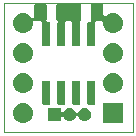
<source format=gts>
G04 #@! TF.GenerationSoftware,KiCad,Pcbnew,5.1.2-f72e74a~84~ubuntu16.04.1*
G04 #@! TF.CreationDate,2019-06-06T18:14:26+02:00*
G04 #@! TF.ProjectId,rs232-rs485,72733233-322d-4727-9334-38352e6b6963,rev?*
G04 #@! TF.SameCoordinates,Original*
G04 #@! TF.FileFunction,Soldermask,Top*
G04 #@! TF.FilePolarity,Negative*
%FSLAX46Y46*%
G04 Gerber Fmt 4.6, Leading zero omitted, Abs format (unit mm)*
G04 Created by KiCad (PCBNEW 5.1.2-f72e74a~84~ubuntu16.04.1) date 2019-06-06 18:14:26*
%MOMM*%
%LPD*%
G04 APERTURE LIST*
%ADD10C,0.050000*%
%ADD11C,0.100000*%
G04 APERTURE END LIST*
D10*
X125603000Y-108839000D02*
X125476000Y-108839000D01*
X125476000Y-108712000D02*
X125476000Y-108839000D01*
X125476000Y-97917000D02*
X125603000Y-97917000D01*
X136398000Y-97917000D02*
X136271000Y-97917000D01*
X136271000Y-108839000D02*
X136398000Y-108839000D01*
X136271000Y-108839000D02*
X125603000Y-108839000D01*
X136398000Y-97917000D02*
X136398000Y-108839000D01*
X125603000Y-97917000D02*
X136271000Y-97917000D01*
X125476000Y-108712000D02*
X125476000Y-97917000D01*
D11*
G36*
X135598000Y-108039000D02*
G01*
X133896000Y-108039000D01*
X133896000Y-106337000D01*
X135598000Y-106337000D01*
X135598000Y-108039000D01*
X135598000Y-108039000D01*
G37*
G36*
X127293823Y-106349313D02*
G01*
X127454242Y-106397976D01*
X127516042Y-106431009D01*
X127602078Y-106476996D01*
X127731659Y-106583341D01*
X127838004Y-106712922D01*
X127838005Y-106712924D01*
X127917024Y-106860758D01*
X127965687Y-107021177D01*
X127982117Y-107188000D01*
X127965687Y-107354823D01*
X127917024Y-107515242D01*
X127883046Y-107578810D01*
X127838004Y-107663078D01*
X127731659Y-107792659D01*
X127602078Y-107899004D01*
X127602076Y-107899005D01*
X127454242Y-107978024D01*
X127293823Y-108026687D01*
X127168804Y-108039000D01*
X127085196Y-108039000D01*
X126960177Y-108026687D01*
X126799758Y-107978024D01*
X126651924Y-107899005D01*
X126651922Y-107899004D01*
X126522341Y-107792659D01*
X126415996Y-107663078D01*
X126370954Y-107578810D01*
X126336976Y-107515242D01*
X126288313Y-107354823D01*
X126271883Y-107188000D01*
X126288313Y-107021177D01*
X126336976Y-106860758D01*
X126415995Y-106712924D01*
X126415996Y-106712922D01*
X126522341Y-106583341D01*
X126651922Y-106476996D01*
X126737958Y-106431009D01*
X126799758Y-106397976D01*
X126960177Y-106349313D01*
X127085196Y-106337000D01*
X127168804Y-106337000D01*
X127293823Y-106349313D01*
X127293823Y-106349313D01*
G37*
G36*
X130345000Y-106992265D02*
G01*
X130347402Y-107016651D01*
X130354515Y-107040100D01*
X130366066Y-107061711D01*
X130381611Y-107080653D01*
X130400553Y-107096198D01*
X130422164Y-107107749D01*
X130445613Y-107114862D01*
X130469999Y-107117264D01*
X130494385Y-107114862D01*
X130517834Y-107107749D01*
X130539445Y-107096198D01*
X130558387Y-107080653D01*
X130573932Y-107061711D01*
X130580233Y-107051198D01*
X130603644Y-107007400D01*
X130672499Y-106923499D01*
X130756400Y-106854643D01*
X130824945Y-106818005D01*
X130852121Y-106803479D01*
X130955985Y-106771973D01*
X131036933Y-106764000D01*
X131091067Y-106764000D01*
X131172015Y-106771973D01*
X131275879Y-106803479D01*
X131303055Y-106818005D01*
X131371600Y-106854643D01*
X131455501Y-106923499D01*
X131524357Y-107007400D01*
X131560995Y-107075945D01*
X131575521Y-107103121D01*
X131579388Y-107115869D01*
X131588760Y-107138496D01*
X131602374Y-107158870D01*
X131619701Y-107176197D01*
X131640075Y-107189811D01*
X131662714Y-107199188D01*
X131686747Y-107203969D01*
X131711251Y-107203969D01*
X131735285Y-107199189D01*
X131757924Y-107189812D01*
X131778298Y-107176198D01*
X131795625Y-107158871D01*
X131809239Y-107138497D01*
X131818612Y-107115869D01*
X131822479Y-107103121D01*
X131837005Y-107075945D01*
X131873643Y-107007400D01*
X131942499Y-106923499D01*
X132026400Y-106854643D01*
X132094945Y-106818005D01*
X132122121Y-106803479D01*
X132225985Y-106771973D01*
X132306933Y-106764000D01*
X132361067Y-106764000D01*
X132442015Y-106771973D01*
X132545879Y-106803479D01*
X132573055Y-106818005D01*
X132641600Y-106854643D01*
X132725501Y-106923499D01*
X132794357Y-107007400D01*
X132830995Y-107075945D01*
X132845521Y-107103121D01*
X132877027Y-107206985D01*
X132887666Y-107315000D01*
X132877027Y-107423015D01*
X132845521Y-107526879D01*
X132845191Y-107527496D01*
X132794357Y-107622600D01*
X132725501Y-107706501D01*
X132641600Y-107775357D01*
X132573055Y-107811995D01*
X132545879Y-107826521D01*
X132442015Y-107858027D01*
X132361067Y-107866000D01*
X132306933Y-107866000D01*
X132225985Y-107858027D01*
X132122121Y-107826521D01*
X132094945Y-107811995D01*
X132026400Y-107775357D01*
X131942499Y-107706501D01*
X131873643Y-107622600D01*
X131822809Y-107527496D01*
X131822479Y-107526879D01*
X131818612Y-107514131D01*
X131809240Y-107491504D01*
X131795626Y-107471130D01*
X131778299Y-107453803D01*
X131757925Y-107440189D01*
X131735286Y-107430812D01*
X131711253Y-107426031D01*
X131686749Y-107426031D01*
X131662715Y-107430811D01*
X131640076Y-107440188D01*
X131619702Y-107453802D01*
X131602375Y-107471129D01*
X131588761Y-107491503D01*
X131579388Y-107514131D01*
X131575521Y-107526879D01*
X131575191Y-107527496D01*
X131524357Y-107622600D01*
X131455501Y-107706501D01*
X131371600Y-107775357D01*
X131303055Y-107811995D01*
X131275879Y-107826521D01*
X131172015Y-107858027D01*
X131091067Y-107866000D01*
X131036933Y-107866000D01*
X130955985Y-107858027D01*
X130852121Y-107826521D01*
X130824945Y-107811995D01*
X130756400Y-107775357D01*
X130672499Y-107706501D01*
X130636863Y-107663078D01*
X130603644Y-107622600D01*
X130580236Y-107578807D01*
X130566625Y-107558437D01*
X130549298Y-107541110D01*
X130528924Y-107527496D01*
X130506285Y-107518119D01*
X130482252Y-107513338D01*
X130457748Y-107513338D01*
X130433714Y-107518118D01*
X130411076Y-107527495D01*
X130390701Y-107541109D01*
X130373374Y-107558436D01*
X130359760Y-107578810D01*
X130350383Y-107601449D01*
X130345602Y-107625482D01*
X130345000Y-107637735D01*
X130345000Y-107866000D01*
X129243000Y-107866000D01*
X129243000Y-106764000D01*
X130345000Y-106764000D01*
X130345000Y-106992265D01*
X130345000Y-106992265D01*
G37*
G36*
X129354928Y-104451764D02*
G01*
X129376009Y-104458160D01*
X129395445Y-104468548D01*
X129412476Y-104482524D01*
X129426452Y-104499555D01*
X129436840Y-104518991D01*
X129443236Y-104540072D01*
X129446000Y-104568140D01*
X129446000Y-106381860D01*
X129443236Y-106409928D01*
X129436840Y-106431009D01*
X129426452Y-106450445D01*
X129412476Y-106467476D01*
X129395445Y-106481452D01*
X129376009Y-106491840D01*
X129354928Y-106498236D01*
X129326860Y-106501000D01*
X128863140Y-106501000D01*
X128835072Y-106498236D01*
X128813991Y-106491840D01*
X128794555Y-106481452D01*
X128777524Y-106467476D01*
X128763548Y-106450445D01*
X128753160Y-106431009D01*
X128746764Y-106409928D01*
X128744000Y-106381860D01*
X128744000Y-104568140D01*
X128746764Y-104540072D01*
X128753160Y-104518991D01*
X128763548Y-104499555D01*
X128777524Y-104482524D01*
X128794555Y-104468548D01*
X128813991Y-104458160D01*
X128835072Y-104451764D01*
X128863140Y-104449000D01*
X129326860Y-104449000D01*
X129354928Y-104451764D01*
X129354928Y-104451764D01*
G37*
G36*
X130624928Y-104451764D02*
G01*
X130646009Y-104458160D01*
X130665445Y-104468548D01*
X130682476Y-104482524D01*
X130696452Y-104499555D01*
X130706840Y-104518991D01*
X130713236Y-104540072D01*
X130716000Y-104568140D01*
X130716000Y-106381860D01*
X130713236Y-106409928D01*
X130706840Y-106431009D01*
X130696452Y-106450445D01*
X130682476Y-106467476D01*
X130665445Y-106481452D01*
X130646009Y-106491840D01*
X130624928Y-106498236D01*
X130596860Y-106501000D01*
X130133140Y-106501000D01*
X130105072Y-106498236D01*
X130083991Y-106491840D01*
X130064555Y-106481452D01*
X130047524Y-106467476D01*
X130033548Y-106450445D01*
X130023160Y-106431009D01*
X130016764Y-106409928D01*
X130014000Y-106381860D01*
X130014000Y-104568140D01*
X130016764Y-104540072D01*
X130023160Y-104518991D01*
X130033548Y-104499555D01*
X130047524Y-104482524D01*
X130064555Y-104468548D01*
X130083991Y-104458160D01*
X130105072Y-104451764D01*
X130133140Y-104449000D01*
X130596860Y-104449000D01*
X130624928Y-104451764D01*
X130624928Y-104451764D01*
G37*
G36*
X131894928Y-104451764D02*
G01*
X131916009Y-104458160D01*
X131935445Y-104468548D01*
X131952476Y-104482524D01*
X131966452Y-104499555D01*
X131976840Y-104518991D01*
X131983236Y-104540072D01*
X131986000Y-104568140D01*
X131986000Y-106381860D01*
X131983236Y-106409928D01*
X131976840Y-106431009D01*
X131966452Y-106450445D01*
X131952476Y-106467476D01*
X131935445Y-106481452D01*
X131916009Y-106491840D01*
X131894928Y-106498236D01*
X131866860Y-106501000D01*
X131403140Y-106501000D01*
X131375072Y-106498236D01*
X131353991Y-106491840D01*
X131334555Y-106481452D01*
X131317524Y-106467476D01*
X131303548Y-106450445D01*
X131293160Y-106431009D01*
X131286764Y-106409928D01*
X131284000Y-106381860D01*
X131284000Y-104568140D01*
X131286764Y-104540072D01*
X131293160Y-104518991D01*
X131303548Y-104499555D01*
X131317524Y-104482524D01*
X131334555Y-104468548D01*
X131353991Y-104458160D01*
X131375072Y-104451764D01*
X131403140Y-104449000D01*
X131866860Y-104449000D01*
X131894928Y-104451764D01*
X131894928Y-104451764D01*
G37*
G36*
X133164928Y-104451764D02*
G01*
X133186009Y-104458160D01*
X133205445Y-104468548D01*
X133222476Y-104482524D01*
X133236452Y-104499555D01*
X133246840Y-104518991D01*
X133253236Y-104540072D01*
X133256000Y-104568140D01*
X133256000Y-106381860D01*
X133253236Y-106409928D01*
X133246840Y-106431009D01*
X133236452Y-106450445D01*
X133222476Y-106467476D01*
X133205445Y-106481452D01*
X133186009Y-106491840D01*
X133164928Y-106498236D01*
X133136860Y-106501000D01*
X132673140Y-106501000D01*
X132645072Y-106498236D01*
X132623991Y-106491840D01*
X132604555Y-106481452D01*
X132587524Y-106467476D01*
X132573548Y-106450445D01*
X132563160Y-106431009D01*
X132556764Y-106409928D01*
X132554000Y-106381860D01*
X132554000Y-104568140D01*
X132556764Y-104540072D01*
X132563160Y-104518991D01*
X132573548Y-104499555D01*
X132587524Y-104482524D01*
X132604555Y-104468548D01*
X132623991Y-104458160D01*
X132645072Y-104451764D01*
X132673140Y-104449000D01*
X133136860Y-104449000D01*
X133164928Y-104451764D01*
X133164928Y-104451764D01*
G37*
G36*
X127293823Y-103809313D02*
G01*
X127454242Y-103857976D01*
X127586906Y-103928886D01*
X127602078Y-103936996D01*
X127731659Y-104043341D01*
X127838004Y-104172922D01*
X127838005Y-104172924D01*
X127917024Y-104320758D01*
X127965687Y-104481177D01*
X127982117Y-104648000D01*
X127965687Y-104814823D01*
X127917024Y-104975242D01*
X127846114Y-105107906D01*
X127838004Y-105123078D01*
X127731659Y-105252659D01*
X127602078Y-105359004D01*
X127602076Y-105359005D01*
X127454242Y-105438024D01*
X127293823Y-105486687D01*
X127168804Y-105499000D01*
X127085196Y-105499000D01*
X126960177Y-105486687D01*
X126799758Y-105438024D01*
X126651924Y-105359005D01*
X126651922Y-105359004D01*
X126522341Y-105252659D01*
X126415996Y-105123078D01*
X126407886Y-105107906D01*
X126336976Y-104975242D01*
X126288313Y-104814823D01*
X126271883Y-104648000D01*
X126288313Y-104481177D01*
X126336976Y-104320758D01*
X126415995Y-104172924D01*
X126415996Y-104172922D01*
X126522341Y-104043341D01*
X126651922Y-103936996D01*
X126667094Y-103928886D01*
X126799758Y-103857976D01*
X126960177Y-103809313D01*
X127085196Y-103797000D01*
X127168804Y-103797000D01*
X127293823Y-103809313D01*
X127293823Y-103809313D01*
G37*
G36*
X134913823Y-103809313D02*
G01*
X135074242Y-103857976D01*
X135206906Y-103928886D01*
X135222078Y-103936996D01*
X135351659Y-104043341D01*
X135458004Y-104172922D01*
X135458005Y-104172924D01*
X135537024Y-104320758D01*
X135585687Y-104481177D01*
X135602117Y-104648000D01*
X135585687Y-104814823D01*
X135537024Y-104975242D01*
X135466114Y-105107906D01*
X135458004Y-105123078D01*
X135351659Y-105252659D01*
X135222078Y-105359004D01*
X135222076Y-105359005D01*
X135074242Y-105438024D01*
X134913823Y-105486687D01*
X134788804Y-105499000D01*
X134705196Y-105499000D01*
X134580177Y-105486687D01*
X134419758Y-105438024D01*
X134271924Y-105359005D01*
X134271922Y-105359004D01*
X134142341Y-105252659D01*
X134035996Y-105123078D01*
X134027886Y-105107906D01*
X133956976Y-104975242D01*
X133908313Y-104814823D01*
X133891883Y-104648000D01*
X133908313Y-104481177D01*
X133956976Y-104320758D01*
X134035995Y-104172924D01*
X134035996Y-104172922D01*
X134142341Y-104043341D01*
X134271922Y-103936996D01*
X134287094Y-103928886D01*
X134419758Y-103857976D01*
X134580177Y-103809313D01*
X134705196Y-103797000D01*
X134788804Y-103797000D01*
X134913823Y-103809313D01*
X134913823Y-103809313D01*
G37*
G36*
X134913823Y-101269313D02*
G01*
X135074242Y-101317976D01*
X135181862Y-101375500D01*
X135222078Y-101396996D01*
X135351659Y-101503341D01*
X135458004Y-101632922D01*
X135458005Y-101632924D01*
X135537024Y-101780758D01*
X135585687Y-101941177D01*
X135602117Y-102108000D01*
X135585687Y-102274823D01*
X135537024Y-102435242D01*
X135466114Y-102567906D01*
X135458004Y-102583078D01*
X135351659Y-102712659D01*
X135222078Y-102819004D01*
X135222076Y-102819005D01*
X135074242Y-102898024D01*
X134913823Y-102946687D01*
X134788804Y-102959000D01*
X134705196Y-102959000D01*
X134580177Y-102946687D01*
X134419758Y-102898024D01*
X134271924Y-102819005D01*
X134271922Y-102819004D01*
X134142341Y-102712659D01*
X134035996Y-102583078D01*
X134027886Y-102567906D01*
X133956976Y-102435242D01*
X133908313Y-102274823D01*
X133891883Y-102108000D01*
X133908313Y-101941177D01*
X133956976Y-101780758D01*
X134035995Y-101632924D01*
X134035996Y-101632922D01*
X134142341Y-101503341D01*
X134271922Y-101396996D01*
X134312138Y-101375500D01*
X134419758Y-101317976D01*
X134580177Y-101269313D01*
X134705196Y-101257000D01*
X134788804Y-101257000D01*
X134913823Y-101269313D01*
X134913823Y-101269313D01*
G37*
G36*
X127293823Y-101269313D02*
G01*
X127454242Y-101317976D01*
X127561862Y-101375500D01*
X127602078Y-101396996D01*
X127731659Y-101503341D01*
X127838004Y-101632922D01*
X127838005Y-101632924D01*
X127917024Y-101780758D01*
X127965687Y-101941177D01*
X127982117Y-102108000D01*
X127965687Y-102274823D01*
X127917024Y-102435242D01*
X127846114Y-102567906D01*
X127838004Y-102583078D01*
X127731659Y-102712659D01*
X127602078Y-102819004D01*
X127602076Y-102819005D01*
X127454242Y-102898024D01*
X127293823Y-102946687D01*
X127168804Y-102959000D01*
X127085196Y-102959000D01*
X126960177Y-102946687D01*
X126799758Y-102898024D01*
X126651924Y-102819005D01*
X126651922Y-102819004D01*
X126522341Y-102712659D01*
X126415996Y-102583078D01*
X126407886Y-102567906D01*
X126336976Y-102435242D01*
X126288313Y-102274823D01*
X126271883Y-102108000D01*
X126288313Y-101941177D01*
X126336976Y-101780758D01*
X126415995Y-101632924D01*
X126415996Y-101632922D01*
X126522341Y-101503341D01*
X126651922Y-101396996D01*
X126692138Y-101375500D01*
X126799758Y-101317976D01*
X126960177Y-101269313D01*
X127085196Y-101257000D01*
X127168804Y-101257000D01*
X127293823Y-101269313D01*
X127293823Y-101269313D01*
G37*
G36*
X128974468Y-97932565D02*
G01*
X129013138Y-97944296D01*
X129048777Y-97963346D01*
X129080017Y-97988983D01*
X129105654Y-98020223D01*
X129124704Y-98055862D01*
X129136435Y-98094532D01*
X129141000Y-98140888D01*
X129141000Y-99217112D01*
X129136435Y-99263468D01*
X129124704Y-99302136D01*
X129117787Y-99315078D01*
X129108410Y-99337717D01*
X129103630Y-99361750D01*
X129103630Y-99386254D01*
X129108411Y-99410287D01*
X129117788Y-99432926D01*
X129131402Y-99453300D01*
X129148729Y-99470627D01*
X129169104Y-99484241D01*
X129191743Y-99493618D01*
X129228027Y-99499000D01*
X129326860Y-99499000D01*
X129354928Y-99501764D01*
X129376009Y-99508160D01*
X129395445Y-99518548D01*
X129412476Y-99532524D01*
X129426452Y-99549555D01*
X129436840Y-99568991D01*
X129443236Y-99590072D01*
X129446000Y-99618140D01*
X129446000Y-101431860D01*
X129443236Y-101459928D01*
X129436840Y-101481009D01*
X129426452Y-101500445D01*
X129412476Y-101517476D01*
X129395445Y-101531452D01*
X129376009Y-101541840D01*
X129354928Y-101548236D01*
X129326860Y-101551000D01*
X128863140Y-101551000D01*
X128835072Y-101548236D01*
X128813991Y-101541840D01*
X128794555Y-101531452D01*
X128777524Y-101517476D01*
X128763548Y-101500445D01*
X128753160Y-101481009D01*
X128746764Y-101459928D01*
X128744000Y-101431860D01*
X128744000Y-99618140D01*
X128746888Y-99588815D01*
X128751177Y-99567247D01*
X128751177Y-99542743D01*
X128746395Y-99518710D01*
X128737017Y-99496071D01*
X128723403Y-99475697D01*
X128706075Y-99458371D01*
X128685701Y-99444758D01*
X128663061Y-99435381D01*
X128626780Y-99430000D01*
X128276888Y-99430000D01*
X128230532Y-99425435D01*
X128191864Y-99413704D01*
X128160662Y-99397027D01*
X128138023Y-99387650D01*
X128113990Y-99382870D01*
X128089486Y-99382870D01*
X128065453Y-99387651D01*
X128042814Y-99397028D01*
X128022440Y-99410642D01*
X128005113Y-99427969D01*
X127991499Y-99448344D01*
X127982122Y-99470983D01*
X127977342Y-99495016D01*
X127977342Y-99519520D01*
X127982117Y-99568000D01*
X127965687Y-99734823D01*
X127917024Y-99895242D01*
X127846114Y-100027906D01*
X127838004Y-100043078D01*
X127731659Y-100172659D01*
X127602078Y-100279004D01*
X127602076Y-100279005D01*
X127454242Y-100358024D01*
X127293823Y-100406687D01*
X127168804Y-100419000D01*
X127085196Y-100419000D01*
X126960177Y-100406687D01*
X126799758Y-100358024D01*
X126651924Y-100279005D01*
X126651922Y-100279004D01*
X126522341Y-100172659D01*
X126415996Y-100043078D01*
X126407886Y-100027906D01*
X126336976Y-99895242D01*
X126288313Y-99734823D01*
X126271883Y-99568000D01*
X126288313Y-99401177D01*
X126336976Y-99240758D01*
X126415995Y-99092924D01*
X126415996Y-99092922D01*
X126522341Y-98963341D01*
X126651922Y-98856996D01*
X126667094Y-98848886D01*
X126799758Y-98777976D01*
X126960177Y-98729313D01*
X127085196Y-98717000D01*
X127168804Y-98717000D01*
X127293823Y-98729313D01*
X127454242Y-98777976D01*
X127586906Y-98848886D01*
X127602078Y-98856996D01*
X127731659Y-98963341D01*
X127838004Y-99092922D01*
X127838005Y-99092924D01*
X127842376Y-99098250D01*
X127859703Y-99115577D01*
X127880077Y-99129190D01*
X127902716Y-99138568D01*
X127926749Y-99143348D01*
X127951253Y-99143348D01*
X127975287Y-99138568D01*
X127997925Y-99129190D01*
X128018300Y-99115576D01*
X128035627Y-99098249D01*
X128049240Y-99077875D01*
X128058618Y-99055236D01*
X128064000Y-99018951D01*
X128064000Y-98140888D01*
X128068565Y-98094532D01*
X128080296Y-98055862D01*
X128099346Y-98020223D01*
X128124983Y-97988983D01*
X128156223Y-97963346D01*
X128191862Y-97944296D01*
X128230532Y-97932565D01*
X128276888Y-97928000D01*
X128928112Y-97928000D01*
X128974468Y-97932565D01*
X128974468Y-97932565D01*
G37*
G36*
X130849468Y-97932565D02*
G01*
X130888138Y-97944296D01*
X130926718Y-97964918D01*
X130941581Y-97974848D01*
X130964220Y-97984224D01*
X130988253Y-97989004D01*
X131012758Y-97989003D01*
X131036791Y-97984221D01*
X131059429Y-97974843D01*
X131074285Y-97964916D01*
X131112862Y-97944296D01*
X131151532Y-97932565D01*
X131197888Y-97928000D01*
X131849112Y-97928000D01*
X131895468Y-97932565D01*
X131934138Y-97944296D01*
X131969777Y-97963346D01*
X132001017Y-97988983D01*
X132026654Y-98020223D01*
X132045704Y-98055862D01*
X132057435Y-98094532D01*
X132062000Y-98140888D01*
X132062000Y-99217112D01*
X132057435Y-99263468D01*
X132045704Y-99302138D01*
X132026654Y-99337777D01*
X132001018Y-99369015D01*
X131988455Y-99379325D01*
X131971128Y-99396652D01*
X131957514Y-99417026D01*
X131948136Y-99439665D01*
X131943355Y-99463698D01*
X131943355Y-99488202D01*
X131948135Y-99512235D01*
X131957512Y-99534874D01*
X131962978Y-99543056D01*
X131976840Y-99568991D01*
X131983236Y-99590072D01*
X131986000Y-99618140D01*
X131986000Y-101431860D01*
X131983236Y-101459928D01*
X131976840Y-101481009D01*
X131966452Y-101500445D01*
X131952476Y-101517476D01*
X131935445Y-101531452D01*
X131916009Y-101541840D01*
X131894928Y-101548236D01*
X131866860Y-101551000D01*
X131403140Y-101551000D01*
X131375072Y-101548236D01*
X131353991Y-101541840D01*
X131334555Y-101531452D01*
X131317524Y-101517476D01*
X131303548Y-101500445D01*
X131293160Y-101481009D01*
X131286764Y-101459928D01*
X131284000Y-101431860D01*
X131284000Y-99618140D01*
X131286764Y-99590074D01*
X131287121Y-99588898D01*
X131291902Y-99564865D01*
X131291902Y-99540361D01*
X131287122Y-99516328D01*
X131277745Y-99493689D01*
X131264132Y-99473314D01*
X131246805Y-99455987D01*
X131226431Y-99442373D01*
X131203792Y-99432995D01*
X131179755Y-99428214D01*
X131151532Y-99425435D01*
X131112862Y-99413704D01*
X131074282Y-99393082D01*
X131059419Y-99383152D01*
X131036780Y-99373776D01*
X131012747Y-99368996D01*
X130988242Y-99368997D01*
X130964209Y-99373779D01*
X130941571Y-99383157D01*
X130926715Y-99393084D01*
X130888138Y-99413704D01*
X130849468Y-99425435D01*
X130820272Y-99428310D01*
X130796239Y-99433090D01*
X130773600Y-99442467D01*
X130753226Y-99456081D01*
X130735899Y-99473408D01*
X130722285Y-99493782D01*
X130712908Y-99516421D01*
X130708127Y-99540454D01*
X130708127Y-99564959D01*
X130712908Y-99588995D01*
X130713236Y-99590076D01*
X130716000Y-99618140D01*
X130716000Y-101431860D01*
X130713236Y-101459928D01*
X130706840Y-101481009D01*
X130696452Y-101500445D01*
X130682476Y-101517476D01*
X130665445Y-101531452D01*
X130646009Y-101541840D01*
X130624928Y-101548236D01*
X130596860Y-101551000D01*
X130133140Y-101551000D01*
X130105072Y-101548236D01*
X130083991Y-101541840D01*
X130064555Y-101531452D01*
X130047524Y-101517476D01*
X130033548Y-101500445D01*
X130023160Y-101481009D01*
X130016764Y-101459928D01*
X130014000Y-101431860D01*
X130014000Y-99618140D01*
X130016764Y-99590072D01*
X130023160Y-99568991D01*
X130036724Y-99543613D01*
X130042894Y-99534377D01*
X130052270Y-99511738D01*
X130057048Y-99487704D01*
X130057046Y-99463200D01*
X130052264Y-99439167D01*
X130042884Y-99416529D01*
X130029269Y-99396156D01*
X130011949Y-99378837D01*
X129999984Y-99369018D01*
X129974346Y-99337777D01*
X129955296Y-99302138D01*
X129943565Y-99263468D01*
X129939000Y-99217112D01*
X129939000Y-98140888D01*
X129943565Y-98094532D01*
X129955296Y-98055862D01*
X129974346Y-98020223D01*
X129999983Y-97988983D01*
X130031223Y-97963346D01*
X130066862Y-97944296D01*
X130105532Y-97932565D01*
X130151888Y-97928000D01*
X130803112Y-97928000D01*
X130849468Y-97932565D01*
X130849468Y-97932565D01*
G37*
G36*
X133770468Y-97932565D02*
G01*
X133809138Y-97944296D01*
X133844777Y-97963346D01*
X133876017Y-97988983D01*
X133901654Y-98020223D01*
X133920704Y-98055862D01*
X133932435Y-98094532D01*
X133937000Y-98140888D01*
X133937000Y-98867572D01*
X133939402Y-98891958D01*
X133946515Y-98915407D01*
X133958066Y-98937018D01*
X133973611Y-98955960D01*
X133992553Y-98971505D01*
X134014164Y-98983056D01*
X134037613Y-98990169D01*
X134061999Y-98992571D01*
X134086385Y-98990169D01*
X134109834Y-98983056D01*
X134131445Y-98971505D01*
X134141298Y-98964197D01*
X134151335Y-98955960D01*
X134271922Y-98856996D01*
X134287094Y-98848886D01*
X134419758Y-98777976D01*
X134580177Y-98729313D01*
X134705196Y-98717000D01*
X134788804Y-98717000D01*
X134913823Y-98729313D01*
X135074242Y-98777976D01*
X135206906Y-98848886D01*
X135222078Y-98856996D01*
X135351659Y-98963341D01*
X135458004Y-99092922D01*
X135458005Y-99092924D01*
X135537024Y-99240758D01*
X135585687Y-99401177D01*
X135602117Y-99568000D01*
X135585687Y-99734823D01*
X135537024Y-99895242D01*
X135466114Y-100027906D01*
X135458004Y-100043078D01*
X135351659Y-100172659D01*
X135222078Y-100279004D01*
X135222076Y-100279005D01*
X135074242Y-100358024D01*
X134913823Y-100406687D01*
X134788804Y-100419000D01*
X134705196Y-100419000D01*
X134580177Y-100406687D01*
X134419758Y-100358024D01*
X134271924Y-100279005D01*
X134271922Y-100279004D01*
X134142341Y-100172659D01*
X134035996Y-100043078D01*
X134027886Y-100027906D01*
X133956976Y-99895242D01*
X133908313Y-99734823D01*
X133891883Y-99568000D01*
X133892322Y-99563542D01*
X133892322Y-99539038D01*
X133887542Y-99515004D01*
X133878165Y-99492366D01*
X133864551Y-99471991D01*
X133847224Y-99454664D01*
X133826850Y-99441050D01*
X133804211Y-99431673D01*
X133780178Y-99426892D01*
X133755675Y-99426892D01*
X133724113Y-99430000D01*
X133373220Y-99430000D01*
X133348834Y-99432402D01*
X133325385Y-99439515D01*
X133303774Y-99451066D01*
X133284832Y-99466611D01*
X133269287Y-99485553D01*
X133257736Y-99507164D01*
X133250623Y-99530613D01*
X133248221Y-99554999D01*
X133252865Y-99586314D01*
X133256000Y-99618140D01*
X133256000Y-101431860D01*
X133253236Y-101459928D01*
X133246840Y-101481009D01*
X133236452Y-101500445D01*
X133222476Y-101517476D01*
X133205445Y-101531452D01*
X133186009Y-101541840D01*
X133164928Y-101548236D01*
X133136860Y-101551000D01*
X132673140Y-101551000D01*
X132645072Y-101548236D01*
X132623991Y-101541840D01*
X132604555Y-101531452D01*
X132587524Y-101517476D01*
X132573548Y-101500445D01*
X132563160Y-101481009D01*
X132556764Y-101459928D01*
X132554000Y-101431860D01*
X132554000Y-99618140D01*
X132556764Y-99590072D01*
X132563160Y-99568991D01*
X132573548Y-99549555D01*
X132587524Y-99532524D01*
X132604555Y-99518548D01*
X132623991Y-99508160D01*
X132645072Y-99501764D01*
X132673140Y-99499000D01*
X132772973Y-99499000D01*
X132797359Y-99496598D01*
X132820808Y-99489485D01*
X132842419Y-99477934D01*
X132861361Y-99462389D01*
X132876906Y-99443447D01*
X132888457Y-99421836D01*
X132895570Y-99398387D01*
X132897972Y-99374001D01*
X132895570Y-99349615D01*
X132883213Y-99315078D01*
X132876296Y-99302136D01*
X132864565Y-99263468D01*
X132860000Y-99217112D01*
X132860000Y-98140888D01*
X132864565Y-98094532D01*
X132876296Y-98055862D01*
X132895346Y-98020223D01*
X132920983Y-97988983D01*
X132952223Y-97963346D01*
X132987862Y-97944296D01*
X133026532Y-97932565D01*
X133072888Y-97928000D01*
X133724112Y-97928000D01*
X133770468Y-97932565D01*
X133770468Y-97932565D01*
G37*
M02*

</source>
